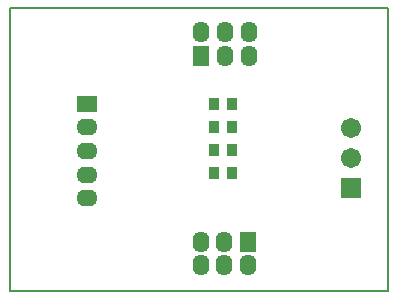
<source format=gts>
%FSLAX25Y25*%
%MOIN*%
G70*
G01*
G75*
G04 Layer_Color=8388736*
%ADD10R,0.02756X0.03347*%
%ADD11C,0.01000*%
%ADD12C,0.00500*%
%ADD13O,0.04724X0.06299*%
%ADD14R,0.04724X0.06299*%
%ADD15O,0.06299X0.04724*%
%ADD16R,0.06299X0.04724*%
%ADD17R,0.05906X0.05906*%
%ADD18C,0.05906*%
%ADD19C,0.02000*%
%ADD20C,0.00787*%
%ADD21R,0.03556X0.04147*%
%ADD22O,0.05524X0.07099*%
%ADD23R,0.05524X0.07099*%
%ADD24O,0.07099X0.05524*%
%ADD25R,0.07099X0.05524*%
%ADD26R,0.06706X0.06706*%
%ADD27C,0.06706*%
D12*
X0Y0D02*
X125984D01*
X0Y-94488D02*
Y0D01*
Y-94488D02*
X125984D01*
Y0D01*
D21*
X73905Y-32000D02*
D03*
X68000D02*
D03*
X73905Y-39667D02*
D03*
X68000D02*
D03*
X68000Y-55000D02*
D03*
X73905D02*
D03*
X68000Y-47333D02*
D03*
X73905D02*
D03*
D22*
X71626Y-16000D02*
D03*
X79500D02*
D03*
X63752Y-8126D02*
D03*
X79500D02*
D03*
X71626D02*
D03*
X71374Y-78000D02*
D03*
X63500D02*
D03*
X79248Y-85874D02*
D03*
X63500D02*
D03*
X71374D02*
D03*
D23*
X63752Y-16000D02*
D03*
X79248Y-78000D02*
D03*
D24*
X25500Y-47748D02*
D03*
Y-63496D02*
D03*
Y-55622D02*
D03*
Y-39874D02*
D03*
D25*
Y-32000D02*
D03*
D26*
X113500Y-60000D02*
D03*
D27*
Y-50000D02*
D03*
Y-40000D02*
D03*
M02*

</source>
